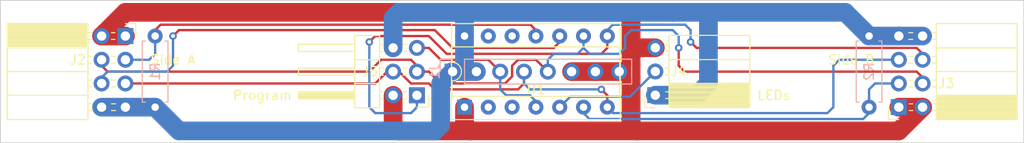
<source format=kicad_pcb>
(kicad_pcb (version 20211014) (generator pcbnew)
  (layers (0 "F.Cu" signal) (31 "B.Cu" signal) (34 "B.Paste" user) (35 "F.Paste" user) (36 "B.SilkS" user "B.Silkscreen") (37 "F.SilkS" user "F.Silkscreen") (38 "B.Mask" user) (39 "F.Mask" user) (44 "Edge.Cuts" user))
  (net 0 "")
  (net 5 "CONB")
  (net 6 "GND")
  (net 7 "CONA")
  (net 8 "VCC")
  (net 9 "RESET")
  (net 10 "LED_DIN")
  (net 11 "SDA")
  (net 12 "RDYB")
  (net 13 "SCL")
  (net 14 "RDYA")
  (footprint "Package_DIP:DIP-14_W7.62mm_Socket" (layer "F.Cu") (at 144.145 74.295 90)
    (fp_text reference "U1" (at 1.905 7.62) (layer "F.SilkS"))
    (fp_text value "ATtiny44-20P")
    (fp_line (start 1.16 16.57) (end 6.46 16.57) (layer "F.SilkS") (width 0.12))
    (fp_line (start 1.16 -1.33) (end 1.16 16.57) (layer "F.SilkS") (width 0.12))
    (fp_line (start 2.81 -1.33) (end 1.16 -1.33) (layer "F.SilkS") (width 0.12))
    (fp_line (start 8.95 16.63) (end 8.95 -1.39) (layer "F.SilkS") (width 0.12))
    (fp_line (start -1.33 16.63) (end 8.95 16.63) (layer "F.SilkS") (width 0.12))
    (fp_line (start 6.46 -1.33) (end 4.81 -1.33) (layer "F.SilkS") (width 0.12))
    (fp_line (start 6.46 16.57) (end 6.46 -1.33) (layer "F.SilkS") (width 0.12))
    (fp_line (start 8.95 -1.39) (end -1.33 -1.39) (layer "F.SilkS") (width 0.12))
    (fp_line (start -1.33 -1.39) (end -1.33 16.63) (layer "F.SilkS") (width 0.12))
    (fp_arc (start 4.81 -1.33) (mid 3.81 -0.33) (end 2.81 -1.33) (layer "F.SilkS") (width 0.12))
    (pad "1" thru_hole rect (at 0 0 90) (size 1.6 1.6) (drill 0.8) (layers *.Cu *.Mask) (net 8 "VCC"))
    (pad "2" thru_hole oval (at 0 2.54 90) (size 1.6 1.6) (drill 0.8) (layers *.Cu *.Mask))
    (pad "3" thru_hole oval (at 0 5.08 90) (size 1.6 1.6) (drill 0.8) (layers *.Cu *.Mask))
    (pad "4" thru_hole oval (at 0 7.62 90) (size 1.6 1.6) (drill 0.8) (layers *.Cu *.Mask) (net 9 "RESET"))
    (pad "5" thru_hole oval (at 0 10.16 90) (size 1.6 1.6) (drill 0.8) (layers *.Cu *.Mask) (net 10 "LED_DIN"))
    (pad "6" thru_hole oval (at 0 12.7 90) (size 1.6 1.6) (drill 0.8) (layers *.Cu *.Mask) (net 5 "CONB"))
    (pad "7" thru_hole oval (at 0 15.24 90) (size 1.6 1.6) (drill 0.8) (layers *.Cu *.Mask) (net 11 "SDA"))
    (pad "8" thru_hole oval (at 7.62 15.24 90) (size 1.6 1.6) (drill 0.8) (layers *.Cu *.Mask) (net 12 "RDYB"))
    (pad "9" thru_hole oval (at 7.62 12.7 90) (size 1.6 1.6) (drill 0.8) (layers *.Cu *.Mask) (net 13 "SCL"))
    (pad "10" thru_hole oval (at 7.62 10.16 90) (size 1.6 1.6) (drill 0.8) (layers *.Cu *.Mask) (net 14 "RDYA"))
    (pad "11" thru_hole oval (at 7.62 7.62 90) (size 1.6 1.6) (drill 0.8) (layers *.Cu *.Mask) (net 7 "CONA"))
    (pad "12" thru_hole oval (at 7.62 5.08 90) (size 1.6 1.6) (drill 0.8) (layers *.Cu *.Mask))
    (pad "13" thru_hole oval (at 7.62 2.54 90) (size 1.6 1.6) (drill 0.8) (layers *.Cu *.Mask))
    (pad "14" thru_hole oval (at 7.62 0 90) (size 1.6 1.6) (drill 0.8) (layers *.Cu *.Mask) (net 6 "GND"))
  )
  (footprint "Connector_PinHeader_2.54mm:PinHeader_2x03_P2.54mm_Horizontal" (layer "F.Cu") (at 139.065 73.025 180)
    (fp_text reference "J5" (at 5.015 2.54) (layer "F.SilkS"))
    (fp_text value "AVR-ISP-6")
    (fp_line (start 12.64 -0.38) (end 12.64 0.38) (layer "F.SilkS") (width 0.12))
    (fp_line (start 12.64 5.46) (end 6.64 5.46) (layer "F.SilkS") (width 0.12))
    (fp_line (start 6.64 -0.08) (end 12.64 -0.08) (layer "F.SilkS") (width 0.12))
    (fp_line (start 1.11 0.38) (end 1.497071 0.38) (layer "F.SilkS") (width 0.12))
    (fp_line (start 1.042929 5.46) (end 1.497071 5.46) (layer "F.SilkS") (width 0.12))
    (fp_line (start 3.582929 2.16) (end 3.98 2.16) (layer "F.SilkS") (width 0.12))
    (fp_line (start 6.64 6.41) (end 6.64 -1.33) (layer "F.SilkS") (width 0.12))
    (fp_line (start 6.64 -0.32) (end 12.64 -0.32) (layer "F.SilkS") (width 0.12))
    (fp_line (start 6.64 4.7) (end 12.64 4.7) (layer "F.SilkS") (width 0.12))
    (fp_line (start 3.582929 2.92) (end 3.98 2.92) (layer "F.SilkS") (width 0.12))
    (fp_line (start 12.64 2.16) (end 12.64 2.92) (layer "F.SilkS") (width 0.12))
    (fp_line (start 6.64 2.16) (end 12.64 2.16) (layer "F.SilkS") (width 0.12))
    (fp_line (start -1.27 -1.27) (end 0 -1.27) (layer "F.SilkS") (width 0.12))
    (fp_line (start 6.64 0.28) (end 12.64 0.28) (layer "F.SilkS") (width 0.12))
    (fp_line (start 6.64 0.16) (end 12.64 0.16) (layer "F.SilkS") (width 0.12))
    (fp_line (start 1.042929 2.16) (end 1.497071 2.16) (layer "F.SilkS") (width 0.12))
    (fp_line (start 3.98 -1.33) (end 3.98 6.41) (layer "F.SilkS") (width 0.12))
    (fp_line (start 3.582929 0.38) (end 3.98 0.38) (layer "F.SilkS") (width 0.12))
    (fp_line (start 3.98 6.41) (end 6.64 6.41) (layer "F.SilkS") (width 0.12))
    (fp_line (start 1.042929 2.92) (end 1.497071 2.92) (layer "F.SilkS") (width 0.12))
    (fp_line (start 12.64 2.92) (end 6.64 2.92) (layer "F.SilkS") (width 0.12))
    (fp_line (start 3.98 1.27) (end 6.64 1.27) (layer "F.SilkS") (width 0.12))
    (fp_line (start 3.582929 5.46) (end 3.98 5.46) (layer "F.SilkS") (width 0.12))
    (fp_line (start 6.64 0.04) (end 12.64 0.04) (layer "F.SilkS") (width 0.12))
    (fp_line (start 3.582929 4.7) (end 3.98 4.7) (layer "F.SilkS") (width 0.12))
    (fp_line (start 1.042929 4.7) (end 1.497071 4.7) (layer "F.SilkS") (width 0.12))
    (fp_line (start 12.64 0.38) (end 6.64 0.38) (layer "F.SilkS") (width 0.12))
    (fp_line (start 6.64 -1.33) (end 3.98 -1.33) (layer "F.SilkS") (width 0.12))
    (fp_line (start 6.64 -0.2) (end 12.64 -0.2) (layer "F.SilkS") (width 0.12))
    (fp_line (start 1.11 -0.38) (end 1.497071 -0.38) (layer "F.SilkS") (width 0.12))
    (fp_line (start 12.64 4.7) (end 12.64 5.46) (layer "F.SilkS") (width 0.12))
    (fp_line (start 6.64 -0.38) (end 12.64 -0.38) (layer "F.SilkS") (width 0.12))
    (fp_line (start 3.582929 -0.38) (end 3.98 -0.38) (layer "F.SilkS") (width 0.12))
    (fp_line (start 3.98 3.81) (end 6.64 3.81) (layer "F.SilkS") (width 0.12))
    (fp_line (start -1.27 0) (end -1.27 -1.27) (layer "F.SilkS") (width 0.12))
    (pad "1" thru_hole rect (at 0 0 180) (size 1.7 1.7) (drill 1) (layers *.Cu *.Mask) (net 12 "RDYB"))
    (pad "2" thru_hole oval (at 2.54 0 180) (size 1.7 1.7) (drill 1) (layers *.Cu *.Mask) (net 8 "VCC"))
    (pad "3" thru_hole oval (at 0 2.54 180) (size 1.7 1.7) (drill 1) (layers *.Cu *.Mask) (net 13 "SCL"))
    (pad "4" thru_hole oval (at 2.54 2.54 180) (size 1.7 1.7) (drill 1) (layers *.Cu *.Mask) (net 11 "SDA"))
    (pad "5" thru_hole oval (at 0 5.08 180) (size 1.7 1.7) (drill 1) (layers *.Cu *.Mask) (net 9 "RESET"))
    (pad "6" thru_hole oval (at 2.54 5.08 180) (size 1.7 1.7) (drill 1) (layers *.Cu *.Mask) (net 6 "GND"))
  )
  (footprint "Connector_PinSocket_2.54mm:PinSocket_2x04_P2.54mm_Horizontal" (layer "F.Cu") (at 107.95 66.675)
    (fp_text reference "J2" (at -5.08 2.54) (layer "F.SilkS"))
    (fp_text value "Conn_A")
    (fp_line (start -12.63 0.20714) (end -4 0.20714) (layer "F.SilkS") (width 0.12))
    (fp_line (start -4 0.36) (end -3.59 0.36) (layer "F.SilkS") (width 0.12))
    (fp_line (start -12.63 -0.26524) (end -4 -0.26524) (layer "F.SilkS") (width 0.12))
    (fp_line (start -1.49 0.36) (end -1.11 0.36) (layer "F.SilkS") (width 0.12))
    (fp_line (start -4 2.9) (end -3.59 2.9) (layer "F.SilkS") (width 0.12))
    (fp_line (start -12.63 -0.855715) (end -4 -0.855715) (layer "F.SilkS") (width 0.12))
    (fp_line (start -1.49 2.18) (end -1.05 2.18) (layer "F.SilkS") (width 0.12))
    (fp_line (start -4 -1.33) (end -4 8.95) (layer "F.SilkS") (width 0.12))
    (fp_line (start 0 -1.33) (end 1.11 -1.33) (layer "F.SilkS") (width 0.12))
    (fp_line (start -12.63 0.91571) (end -4 0.91571) (layer "F.SilkS") (width 0.12))
    (fp_line (start -12.63 -0.50143) (end -4 -0.50143) (layer "F.SilkS") (width 0.12))
    (fp_line (start -12.63 -0.383335) (end -4 -0.383335) (layer "F.SilkS") (width 0.12))
    (fp_line (start -12.63 -1.091905) (end -4 -1.091905) (layer "F.SilkS") (width 0.12))
    (fp_line (start -12.63 -1.21) (end -4 -1.21) (layer "F.SilkS") (width 0.12))
    (fp_line (start -4 5.44) (end -3.59 5.44) (layer "F.SilkS") (width 0.12))
    (fp_line (start -4 2.18) (end -3.59 2.18) (layer "F.SilkS") (width 0.12))
    (fp_line (start -4 4.72) (end -3.59 4.72) (layer "F.SilkS") (width 0.12))
    (fp_line (start -1.49 7.98) (end -1.05 7.98) (layer "F.SilkS") (width 0.12))
    (fp_line (start -12.63 -1.33) (end -12.63 8.95) (layer "F.SilkS") (width 0.12))
    (fp_line (start -4 7.98) (end -3.59 7.98) (layer "F.SilkS") (width 0.12))
    (fp_line (start -12.63 -0.619525) (end -4 -0.619525) (layer "F.SilkS") (width 0.12))
    (fp_line (start -12.63 -1.33) (end -4 -1.33) (layer "F.SilkS") (width 0.12))
    (fp_line (start -12.63 8.95) (end -4 8.95) (layer "F.SilkS") (width 0.12))
    (fp_line (start -1.49 2.9) (end -1.05 2.9) (layer "F.SilkS") (width 0.12))
    (fp_line (start -12.63 0.67952) (end -4 0.67952) (layer "F.SilkS") (width 0.12))
    (fp_line (start -12.63 1.033805) (end -4 1.033805) (layer "F.SilkS") (width 0.12))
    (fp_line (start -12.63 1.1519) (end -4 1.1519) (layer "F.SilkS") (width 0.12))
    (fp_line (start -12.63 -0.73762) (end -4 -0.73762) (layer "F.SilkS") (width 0.12))
    (fp_line (start -4 -0.36) (end -3.59 -0.36) (layer "F.SilkS") (width 0.12))
    (fp_line (start -12.63 0.44333) (end -4 0.44333) (layer "F.SilkS") (width 0.12))
    (fp_line (start -12.63 3.81) (end -4 3.81) (layer "F.SilkS") (width 0.12))
    (fp_line (start -1.49 5.44) (end -1.05 5.44) (layer "F.SilkS") (width 0.12))
    (fp_line (start -12.63 6.35) (end -4 6.35) (layer "F.SilkS") (width 0.12))
    (fp_line (start -12.63 -0.02905) (end -4 -0.02905) (layer "F.SilkS") (width 0.12))
    (fp_line (start -12.63 1.27) (end -4 1.27) (layer "F.SilkS") (width 0.12))
    (fp_line (start -4 7.26) (end -3.59 7.26) (layer "F.SilkS") (width 0.12))
    (fp_line (start -12.63 -0.147145) (end -4 -0.147145) (layer "F.SilkS") (width 0.12))
    (fp_line (start -1.49 7.26) (end -1.05 7.26) (layer "F.SilkS") (width 0.12))
    (fp_line (start 1.11 -1.33) (end 1.11 0) (layer "F.SilkS") (width 0.12))
    (fp_line (start -1.49 -0.36) (end -1.11 -0.36) (layer "F.SilkS") (width 0.12))
    (fp_line (start -12.63 0.561425) (end -4 0.561425) (layer "F.SilkS") (width 0.12))
    (fp_line (start -12.63 0.089045) (end -4 0.089045) (layer "F.SilkS") (width 0.12))
    (fp_line (start -12.63 0.325235) (end -4 0.325235) (layer "F.SilkS") (width 0.12))
    (fp_line (start -12.63 0.797615) (end -4 0.797615) (layer "F.SilkS") (width 0.12))
    (fp_line (start -12.63 -0.97381) (end -4 -0.97381) (layer "F.SilkS") (width 0.12))
    (fp_line (start -1.49 4.72) (end -1.05 4.72) (layer "F.SilkS") (width 0.12))
    (pad "1" thru_hole rect (at 0 0) (size 1.7 1.7) (drill 1) (layers *.Cu *.Mask) (net 8 "VCC"))
    (pad "2" thru_hole oval (at -2.54 0) (size 1.7 1.7) (drill 1) (layers *.Cu *.Mask) (net 8 "VCC"))
    (pad "3" thru_hole oval (at 0 2.54) (size 1.7 1.7) (drill 1) (layers *.Cu *.Mask) (net 7 "CONA"))
    (pad "4" thru_hole oval (at -2.54 2.54) (size 1.7 1.7) (drill 1) (layers *.Cu *.Mask) (net 13 "SCL"))
    (pad "5" thru_hole oval (at 0 5.08) (size 1.7 1.7) (drill 1) (layers *.Cu *.Mask) (net 11 "SDA"))
    (pad "6" thru_hole oval (at -2.54 5.08) (size 1.7 1.7) (drill 1) (layers *.Cu *.Mask) (net 14 "RDYA"))
    (pad "7" thru_hole oval (at 0 7.62) (size 1.7 1.7) (drill 1) (layers *.Cu *.Mask) (net 6 "GND"))
    (pad "8" thru_hole oval (at -2.54 7.62) (size 1.7 1.7) (drill 1) (layers *.Cu *.Mask) (net 6 "GND"))
  )
  (footprint "Connector_PinSocket_2.54mm:PinSocket_1x03_P2.54mm_Horizontal" (layer "F.Cu") (at 164.51 73.01 180)
    (fp_text reference "J4" (at -2.495 2.525) (layer "F.SilkS"))
    (fp_text value "Conn_LED")
    (fp_line (start -1.46 2.9) (end -1.05 2.9) (layer "F.SilkS") (width 0.12))
    (fp_line (start -10.09 0.44333) (end -1.46 0.44333) (layer "F.SilkS") (width 0.12))
    (fp_line (start 1.11 -1.33) (end 1.11 0) (layer "F.SilkS") (width 0.12))
    (fp_line (start -10.09 -0.26524) (end -1.46 -0.26524) (layer "F.SilkS") (width 0.12))
    (fp_line (start -10.09 -0.383335) (end -1.46 -0.383335) (layer "F.SilkS") (width 0.12))
    (fp_line (start -10.09 -0.50143) (end -1.46 -0.50143) (layer "F.SilkS") (width 0.12))
    (fp_line (start -10.09 6.41) (end -1.46 6.41) (layer "F.SilkS") (width 0.12))
    (fp_line (start -10.09 1.27) (end -1.46 1.27) (layer "F.SilkS") (width 0.12))
    (fp_line (start -10.09 -0.97381) (end -1.46 -0.97381) (layer "F.SilkS") (width 0.12))
    (fp_line (start 0 -1.33) (end 1.11 -1.33) (layer "F.SilkS") (width 0.12))
    (fp_line (start -10.09 -0.855715) (end -1.46 -0.855715) (layer "F.SilkS") (width 0.12))
    (fp_line (start -10.09 0.797615) (end -1.46 0.797615) (layer "F.SilkS") (width 0.12))
    (fp_line (start -1.46 -0.36) (end -1.11 -0.36) (layer "F.SilkS") (width 0.12))
    (fp_line (start -10.09 0.67952) (end -1.46 0.67952) (layer "F.SilkS") (width 0.12))
    (fp_line (start -10.09 1.1519) (end -1.46 1.1519) (layer "F.SilkS") (width 0.12))
    (fp_line (start -10.09 -1.091905) (end -1.46 -1.091905) (layer "F.SilkS") (width 0.12))
    (fp_line (start -10.09 -0.147145) (end -1.46 -0.147145) (layer "F.SilkS") (width 0.12))
    (fp_line (start -10.09 0.20714) (end -1.46 0.20714) (layer "F.SilkS") (width 0.12))
    (fp_line (start -10.09 0.91571) (end -1.46 0.91571) (layer "F.SilkS") (width 0.12))
    (fp_line (start -10.09 0.325235) (end -1.46 0.325235) (layer "F.SilkS") (width 0.12))
    (fp_line (start -10.09 0.561425) (end -1.46 0.561425) (layer "F.SilkS") (width 0.12))
    (fp_line (start -1.46 -1.33) (end -1.46 6.41) (layer "F.SilkS") (width 0.12))
    (fp_line (start -1.46 2.18) (end -1.05 2.18) (layer "F.SilkS") (width 0.12))
    (fp_line (start -10.09 -1.21) (end -1.46 -1.21) (layer "F.SilkS") (width 0.12))
    (fp_line (start -10.09 -1.33) (end -1.46 -1.33) (layer "F.SilkS") (width 0.12))
    (fp_line (start -10.09 3.81) (end -1.46 3.81) (layer "F.SilkS") (width 0.12))
    (fp_line (start -10.09 -1.33) (end -10.09 6.41) (layer "F.SilkS") (width 0.12))
    (fp_line (start -10.09 -0.619525) (end -1.46 -0.619525) (layer "F.SilkS") (width 0.12))
    (fp_line (start -1.46 5.44) (end -1.05 5.44) (layer "F.SilkS") (width 0.12))
    (fp_line (start -10.09 -0.73762) (end -1.46 -0.73762) (layer "F.SilkS") (width 0.12))
    (fp_line (start -1.46 0.36) (end -1.11 0.36) (layer "F.SilkS") (width 0.12))
    (fp_line (start -10.09 -0.02905) (end -1.46 -0.02905) (layer "F.SilkS") (width 0.12))
    (fp_line (start -10.09 0.089045) (end -1.46 0.089045) (layer "F.SilkS") (width 0.12))
    (fp_line (start -1.46 4.72) (end -1.05 4.72) (layer "F.SilkS") (width 0.12))
    (fp_line (start -10.09 1.033805) (end -1.46 1.033805) (layer "F.SilkS") (width 0.12))
    (pad "1" thru_hole rect (at 0 0 180) (size 1.7 1.7) (drill 1) (layers *.Cu *.Mask) (net 6 "GND"))
    (pad "2" thru_hole oval (at 0 2.54 180) (size 1.7 1.7) (drill 1) (layers *.Cu *.Mask) (net 10 "LED_DIN"))
    (pad "3" thru_hole oval (at 0 5.08 180) (size 1.7 1.7) (drill 1) (layers *.Cu *.Mask) (net 8 "VCC"))
  )
  (footprint "Connector_PinSocket_2.54mm:PinSocket_2x04_P2.54mm_Horizontal" (layer "F.Cu") (at 190.5 74.295 180)
    (fp_text reference "J3" (at -5.08 2.54 180) (layer "F.SilkS"))
    (fp_text value "Conn_B")
    (fp_line (start -1.49 7.98) (end -1.05 7.98) (layer "F.SilkS") (width 0.12))
    (fp_line (start -12.63 3.81) (end -4 3.81) (layer "F.SilkS") (width 0.12))
    (fp_line (start -4 2.9) (end -3.59 2.9) (layer "F.SilkS") (width 0.12))
    (fp_line (start -4 7.98) (end -3.59 7.98) (layer "F.SilkS") (width 0.12))
    (fp_line (start -12.63 -0.02905) (end -4 -0.02905) (layer "F.SilkS") (width 0.12))
    (fp_line (start -12.63 0.325235) (end -4 0.325235) (layer "F.SilkS") (width 0.12))
    (fp_line (start -4 2.18) (end -3.59 2.18) (layer "F.SilkS") (width 0.12))
    (fp_line (start -12.63 0.20714) (end -4 0.20714) (layer "F.SilkS") (width 0.12))
    (fp_line (start -12.63 -1.33) (end -4 -1.33) (layer "F.SilkS") (width 0.12))
    (fp_line (start -12.63 -0.619525) (end -4 -0.619525) (layer "F.SilkS") (width 0.12))
    (fp_line (start -12.63 -1.33) (end -12.63 8.95) (layer "F.SilkS") (width 0.12))
    (fp_line (start -1.49 4.72) (end -1.05 4.72) (layer "F.SilkS") (width 0.12))
    (fp_line (start -12.63 1.1519) (end -4 1.1519) (layer "F.SilkS") (width 0.12))
    (fp_line (start -4 5.44) (end -3.59 5.44) (layer "F.SilkS") (width 0.12))
    (fp_line (start -12.63 -0.97381) (end -4 -0.97381) (layer "F.SilkS") (width 0.12))
    (fp_line (start -12.63 -0.26524) (end -4 -0.26524) (layer "F.SilkS") (width 0.12))
    (fp_line (start -12.63 0.089045) (end -4 0.089045) (layer "F.SilkS") (width 0.12))
    (fp_line (start -1.49 2.18) (end -1.05 2.18) (layer "F.SilkS") (width 0.12))
    (fp_line (start 0 -1.33) (end 1.11 -1.33) (layer "F.SilkS") (width 0.12))
    (fp_line (start -4 7.26) (end -3.59 7.26) (layer "F.SilkS") (width 0.12))
    (fp_line (start -1.49 -0.36) (end -1.11 -0.36) (layer "F.SilkS") (width 0.12))
    (fp_line (start -4 -0.36) (end -3.59 -0.36) (layer "F.SilkS") (width 0.12))
    (fp_line (start -12.63 1.033805) (end -4 1.033805) (layer "F.SilkS") (width 0.12))
    (fp_line (start -4 0.36) (end -3.59 0.36) (layer "F.SilkS") (width 0.12))
    (fp_line (start -12.63 -1.21) (end -4 -1.21) (layer "F.SilkS") (width 0.12))
    (fp_line (start -12.63 -0.50143) (end -4 -0.50143) (layer "F.SilkS") (width 0.12))
    (fp_line (start -12.63 -0.383335) (end -4 -0.383335) (layer "F.SilkS") (width 0.12))
    (fp_line (start -12.63 0.797615) (end -4 0.797615) (layer "F.SilkS") (width 0.12))
    (fp_line (start -12.63 8.95) (end -4 8.95) (layer "F.SilkS") (width 0.12))
    (fp_line (start 1.11 -1.33) (end 1.11 0) (layer "F.SilkS") (width 0.12))
    (fp_line (start -12.63 0.67952) (end -4 0.67952) (layer "F.SilkS") (width 0.12))
    (fp_line (start -12.63 -0.147145) (end -4 -0.147145) (layer "F.SilkS") (width 0.12))
    (fp_line (start -1.49 2.9) (end -1.05 2.9) (layer "F.SilkS") (width 0.12))
    (fp_line (start -1.49 5.44) (end -1.05 5.44) (layer "F.SilkS") (width 0.12))
    (fp_line (start -4 -1.33) (end -4 8.95) (layer "F.SilkS") (width 0.12))
    (fp_line (start -12.63 -1.091905) (end -4 -1.091905) (layer "F.SilkS") (width 0.12))
    (fp_line (start -12.63 0.561425) (end -4 0.561425) (layer "F.SilkS") (width 0.12))
    (fp_line (start -12.63 1.27) (end -4 1.27) (layer "F.SilkS") (width 0.12))
    (fp_line (start -1.49 7.26) (end -1.05 7.26) (layer "F.SilkS") (width 0.12))
    (fp_line (start -12.63 -0.73762) (end -4 -0.73762) (layer "F.SilkS") (width 0.12))
    (fp_line (start -12.63 -0.855715) (end -4 -0.855715) (layer "F.SilkS") (width 0.12))
    (fp_line (start -12.63 6.35) (end -4 6.35) (layer "F.SilkS") (width 0.12))
    (fp_line (start -1.49 0.36) (end -1.11 0.36) (layer "F.SilkS") (width 0.12))
    (fp_line (start -12.63 0.44333) (end -4 0.44333) (layer "F.SilkS") (width 0.12))
    (fp_line (start -12.63 0.91571) (end -4 0.91571) (layer "F.SilkS") (width 0.12))
    (fp_line (start -4 4.72) (end -3.59 4.72) (layer "F.SilkS") (width 0.12))
    (pad "1" thru_hole rect (at 0 0 180) (size 1.7 1.7) (drill 1) (layers *.Cu *.Mask) (net 8 "VCC"))
    (pad "2" thru_hole oval (at -2.54 0 180) (size 1.7 1.7) (drill 1) (layers *.Cu *.Mask) (net 8 "VCC"))
    (pad "3" thru_hole oval (at 0 2.54 180) (size 1.7 1.7) (drill 1) (layers *.Cu *.Mask) (net 5 "CONB"))
    (pad "4" thru_hole oval (at -2.54 2.54 180) (size 1.7 1.7) (drill 1) (layers *.Cu *.Mask) (net 13 "SCL"))
    (pad "5" thru_hole oval (at 0 5.08 180) (size 1.7 1.7) (drill 1) (layers *.Cu *.Mask) (net 11 "SDA"))
    (pad "6" thru_hole oval (at -2.54 5.08 180) (size 1.7 1.7) (drill 1) (layers *.Cu *.Mask) (net 12 "RDYB"))
    (pad "7" thru_hole oval (at 0 7.62 180) (size 1.7 1.7) (drill 1) (layers *.Cu *.Mask) (net 6 "GND"))
    (pad "8" thru_hole oval (at -2.54 7.62 180) (size 1.7 1.7) (drill 1) (layers *.Cu *.Mask) (net 6 "GND"))
  )
  (footprint "Resistor_THT:R_Axial_DIN0207_L6.3mm_D2.5mm_P7.62mm_Horizontal" (layer "B.Cu") (at 187.325 74.295 90)
    (fp_text reference "R2" (at 3.81 0 90) (layer "B.SilkS") (effects (justify mirror)))
    (fp_text value "10 kΩ")
    (fp_line (start 0.54 -1.04) (end 0.54 -1.37) (layer "B.SilkS") (width 0.12))
    (fp_line (start 7.08 1.37) (end 7.08 1.04) (layer "B.SilkS") (width 0.12))
    (fp_line (start 0.54 1.37) (end 7.08 1.37) (layer "B.SilkS") (width 0.12))
    (fp_line (start 0.54 -1.37) (end 7.08 -1.37) (layer "B.SilkS") (width 0.12))
    (fp_line (start 0.54 1.04) (end 0.54 1.37) (layer "B.SilkS") (width 0.12))
    (fp_line (start 7.08 -1.37) (end 7.08 -1.04) (layer "B.SilkS") (width 0.12))
    (pad "1" thru_hole circle (at 0 0 90) (size 1.6 1.6) (drill 0.8) (layers *.Cu *.Mask) (net 5 "CONB"))
    (pad "2" thru_hole oval (at 7.62 0 90) (size 1.6 1.6) (drill 0.8) (layers *.Cu *.Mask) (net 6 "GND"))
  )
  (footprint "Connector_PinHeader_2.54mm:PinHeader_1x08_P2.54mm_Vertical" (layer "B.Cu") (at 142.875 70.485 -90)
    (fp_text reference "J1" (at 0 1.905 90) (layer "B.SilkS") (effects (justify mirror)))
    (fp_text value "Conn_Orig")
    (fp_line (start -1.33 1.33) (end 0 1.33) (layer "B.SilkS") (width 0.12))
    (fp_line (start -1.33 -1.27) (end 1.33 -1.27) (layer "B.SilkS") (width 0.12))
    (fp_line (start -1.33 -1.27) (end -1.33 -19.11) (layer "B.SilkS") (width 0.12))
    (fp_line (start -1.33 -19.11) (end 1.33 -19.11) (layer "B.SilkS") (width 0.12))
    (fp_line (start -1.33 0) (end -1.33 1.33) (layer "B.SilkS") (width 0.12))
    (fp_line (start 1.33 -1.27) (end 1.33 -19.11) (layer "B.SilkS") (width 0.12))
    (pad "1" thru_hole rect (at 0 0 270) (size 1.7 1.7) (drill 1) (layers *.Cu *.Mask) (net 6 "GND"))
    (pad "2" thru_hole oval (at 0 -2.54 270) (size 1.7 1.7) (drill 1) (layers *.Cu *.Mask) (net 6 "GND"))
    (pad "3" thru_hole oval (at 0 -5.08 270) (size 1.7 1.7) (drill 1) (layers *.Cu *.Mask) (net 9 "RESET"))
    (pad "4" thru_hole oval (at 0 -7.62 270) (size 1.7 1.7) (drill 1) (layers *.Cu *.Mask) (net 11 "SDA"))
    (pad "5" thru_hole oval (at 0 -10.16 270) (size 1.7 1.7) (drill 1) (layers *.Cu *.Mask) (net 13 "SCL"))
    (pad "6" thru_hole oval (at 0 -12.7 270) (size 1.7 1.7) (drill 1) (layers *.Cu *.Mask) (net 8 "VCC"))
    (pad "7" thru_hole oval (at 0 -15.24 270) (size 1.7 1.7) (drill 1) (layers *.Cu *.Mask) (net 8 "VCC"))
    (pad "8" thru_hole oval (at 0 -17.78 270) (size 1.7 1.7) (drill 1) (layers *.Cu *.Mask) (net 8 "VCC"))
  )
  (footprint "Resistor_THT:R_Axial_DIN0207_L6.3mm_D2.5mm_P7.62mm_Horizontal" (layer "B.Cu") (at 111.125 66.675 -90)
    (fp_text reference "R1" (at 3.81 0 90) (layer "B.SilkS") (effects (justify mirror)))
    (fp_text value "10 kΩ")
    (fp_line (start 0.54 1.04) (end 0.54 1.37) (layer "B.SilkS") (width 0.12))
    (fp_line (start 7.08 -1.37) (end 7.08 -1.04) (layer "B.SilkS") (width 0.12))
    (fp_line (start 0.54 -1.37) (end 7.08 -1.37) (layer "B.SilkS") (width 0.12))
    (fp_line (start 7.08 1.37) (end 7.08 1.04) (layer "B.SilkS") (width 0.12))
    (fp_line (start 0.54 1.37) (end 7.08 1.37) (layer "B.SilkS") (width 0.12))
    (fp_line (start 0.54 -1.04) (end 0.54 -1.37) (layer "B.SilkS") (width 0.12))
    (pad "1" thru_hole circle (at 0 0 270) (size 1.6 1.6) (drill 0.8) (layers *.Cu *.Mask) (net 7 "CONA"))
    (pad "2" thru_hole oval (at 7.62 0 270) (size 1.6 1.6) (drill 0.8) (layers *.Cu *.Mask) (net 6 "GND"))
  )
  (gr_rect (start 94.615 62.865) (end 203.835 78.105) (layer "Edge.Cuts") (width 0.1) (fill none))
  (gr_text "LEDs" (at 177.165 73.025) (layer "F.SilkS") (effects (font (size 1 1))))
  (gr_text "Side A" (at 113.03 69.215) (layer "F.SilkS") (effects (font (size 1 1))))
  (gr_text "Program" (at 122.555 73.025) (layer "F.SilkS") (effects (font (size 1 1))))
  (gr_text "Side B" (at 185.42 69.215) (layer "F.SilkS") (effects (font (size 1 1))))
  (segment (start 156.845 74.295) (end 156.845 74.93) (width 0.25) (layer "B.Cu") (net 5))
  (segment (start 187.325 74.295) (end 187.325 72.39) (width 0.25) (layer "B.Cu") (net 5))
  (segment (start 187.325 74.93) (end 187.325 74.295) (width 0.25) (layer "B.Cu") (net 5))
  (segment (start 186.69 75.565) (end 187.325 74.93) (width 0.25) (layer "B.Cu") (net 5))
  (segment (start 187.96 71.755) (end 190.5 71.755) (width 0.25) (layer "B.Cu") (net 5))
  (segment (start 187.325 72.39) (end 187.96 71.755) (width 0.25) (layer "B.Cu") (net 5))
  (segment (start 157.48 75.565) (end 186.69 75.565) (width 0.25) (layer "B.Cu") (net 5))
  (segment (start 156.845 74.93) (end 157.48 75.565) (width 0.25) (layer "B.Cu") (net 5))
  (segment (start 142.875 70.485) (end 141.605 71.755) (width 2) (layer "B.Cu") (net 6))
  (segment (start 141.605 71.755) (end 141.605 76.2) (width 2) (layer "B.Cu") (net 6))
  (segment (start 137.16 64.135) (end 143.51 64.135) (width 2) (layer "B.Cu") (net 6))
  (segment (start 164.51 73.01) (end 168.26 73.01) (width 2) (layer "B.Cu") (net 6))
  (segment (start 136.525 64.77) (end 137.16 64.135) (width 2) (layer "B.Cu") (net 6))
  (segment (start 144.145 70.485) (end 145.415 70.485) (width 2) (layer "B.Cu") (net 6))
  (segment (start 168.275 73.025) (end 168.91 73.025) (width 2) (layer "B.Cu") (net 6))
  (segment (start 170.18 64.135) (end 166.37 64.135) (width 2) (layer "B.Cu") (net 6))
  (segment (start 187.325 66.675) (end 184.785 64.135) (width 2) (layer "B.Cu") (net 6))
  (segment (start 190.5 66.675) (end 187.325 66.675) (width 2) (layer "B.Cu") (net 6))
  (segment (start 141.605 76.2) (end 140.97 76.835) (width 2) (layer "B.Cu") (net 6))
  (segment (start 168.91 73.025) (end 170.18 71.755) (width 2) (layer "B.Cu") (net 6))
  (segment (start 105.41 74.295) (end 107.95 74.295) (width 2) (layer "B.Cu") (net 6))
  (segment (start 193.04 66.675) (end 190.5 66.675) (width 2) (layer "B.Cu") (net 6))
  (segment (start 170.18 71.755) (end 170.18 64.135) (width 2) (layer "B.Cu") (net 6))
  (segment (start 142.875 70.485) (end 144.145 70.485) (width 2) (layer "B.Cu") (net 6))
  (segment (start 140.97 76.835) (end 113.665 76.835) (width 2) (layer "B.Cu") (net 6))
  (segment (start 144.145 66.675) (end 144.145 70.485) (width 2) (layer "B.Cu") (net 6))
  (segment (start 168.26 73.01) (end 168.275 73.025) (width 2) (layer "B.Cu") (net 6))
  (segment (start 166.37 64.135) (end 143.51 64.135) (width 2) (layer "B.Cu") (net 6))
  (segment (start 143.51 64.135) (end 144.145 64.77) (width 2) (layer "B.Cu") (net 6))
  (segment (start 136.525 67.945) (end 136.525 64.77) (width 2) (layer "B.Cu") (net 6))
  (segment (start 111.125 74.295) (end 107.95 74.295) (width 2) (layer "B.Cu") (net 6))
  (segment (start 113.665 76.835) (end 111.125 74.295) (width 2) (layer "B.Cu") (net 6))
  (segment (start 184.785 64.135) (end 170.18 64.135) (width 2) (layer "B.Cu") (net 6))
  (segment (start 144.145 64.77) (end 144.145 66.675) (width 2) (layer "B.Cu") (net 6))
  (segment (start 151.765 66.675) (end 151.765 66.04) (width 0.25) (layer "F.Cu") (net 7))
  (segment (start 151.765 66.04) (end 151.185 65.46) (width 0.25) (layer "F.Cu") (net 7))
  (segment (start 111.125 66.04) (end 111.125 66.675) (width 0.25) (layer "F.Cu") (net 7))
  (segment (start 151.185 65.46) (end 111.705 65.46) (width 0.25) (layer "F.Cu") (net 7))
  (segment (start 111.705 65.46) (end 111.125 66.04) (width 0.25) (layer "F.Cu") (net 7))
  (segment (start 110.49 69.215) (end 107.95 69.215) (width 0.25) (layer "B.Cu") (net 7))
  (segment (start 111.125 66.675) (end 111.125 68.58) (width 0.25) (layer "B.Cu") (net 7))
  (segment (start 111.125 68.58) (end 110.49 69.215) (width 0.25) (layer "B.Cu") (net 7))
  (segment (start 161.925 68.58) (end 162.575 67.93) (width 2) (layer "F.Cu") (net 8))
  (segment (start 105.41 66.675) (end 107.95 66.675) (width 2) (layer "F.Cu") (net 8))
  (segment (start 136.525 73.025) (end 136.525 76.2) (width 2) (layer "F.Cu") (net 8))
  (segment (start 161.29 70.485) (end 161.925 69.85) (width 2) (layer "F.Cu") (net 8))
  (segment (start 161.925 64.77) (end 161.925 68.58) (width 2) (layer "F.Cu") (net 8))
  (segment (start 190.5 76.835) (end 162.56 76.835) (width 2) (layer "F.Cu") (net 8))
  (segment (start 162.56 76.835) (end 161.925 76.2) (width 2) (layer "F.Cu") (net 8))
  (segment (start 161.29 64.135) (end 161.925 64.77) (width 2) (layer "F.Cu") (net 8))
  (segment (start 144.78 76.835) (end 162.56 76.835) (width 2) (layer "F.Cu") (net 8))
  (segment (start 137.16 76.835) (end 144.78 76.835) (width 2) (layer "F.Cu") (net 8))
  (segment (start 161.925 76.2) (end 161.925 69.85) (width 2) (layer "F.Cu") (net 8))
  (segment (start 158.115 70.485) (end 160.655 70.485) (width 2) (layer "F.Cu") (net 8))
  (segment (start 160.655 70.485) (end 161.29 70.485) (width 2) (layer "F.Cu") (net 8))
  (segment (start 107.95 64.135) (end 161.29 64.135) (width 2) (layer "F.Cu") (net 8))
  (segment (start 136.525 76.2) (end 137.16 76.835) (width 2) (layer "F.Cu") (net 8))
  (segment (start 193.04 74.295) (end 190.5 76.835) (width 2) (layer "F.Cu") (net 8))
  (segment (start 161.925 69.85) (end 161.925 68.58) (width 2) (layer "F.Cu") (net 8))
  (segment (start 144.145 76.2) (end 144.78 76.835) (width 2) (layer "F.Cu") (net 8))
  (segment (start 193.04 74.295) (end 190.5 74.295) (width 2) (layer "F.Cu") (net 8))
  (segment (start 105.41 66.675) (end 107.95 64.135) (width 2) (layer "F.Cu") (net 8))
  (segment (start 144.145 74.295) (end 144.145 76.2) (width 2) (layer "F.Cu") (net 8))
  (segment (start 162.575 67.93) (end 164.51 67.93) (width 2) (layer "F.Cu") (net 8))
  (segment (start 155.575 70.485) (end 158.115 70.485) (width 2) (layer "F.Cu") (net 8))
  (segment (start 140.335 67.945) (end 141.605 69.215) (width 0.25) (layer "F.Cu") (net 9))
  (segment (start 139.065 67.945) (end 140.335 67.945) (width 0.25) (layer "F.Cu") (net 9))
  (segment (start 146.685 69.215) (end 147.955 70.485) (width 0.25) (layer "F.Cu") (net 9))
  (segment (start 141.605 69.215) (end 146.685 69.215) (width 0.25) (layer "F.Cu") (net 9))
  (segment (start 147.955 70.485) (end 147.955 72.39) (width 0.25) (layer "B.Cu") (net 9))
  (segment (start 148.59 73.025) (end 151.13 73.025) (width 0.25) (layer "B.Cu") (net 9))
  (segment (start 151.765 73.66) (end 151.765 74.295) (width 0.25) (layer "B.Cu") (net 9))
  (segment (start 151.13 73.025) (end 151.765 73.66) (width 0.25) (layer "B.Cu") (net 9))
  (segment (start 147.955 72.39) (end 148.59 73.025) (width 0.25) (layer "B.Cu") (net 9))
  (segment (start 161.81 73.17) (end 155.43 73.17) (width 0.25) (layer "B.Cu") (net 10))
  (segment (start 155.43 73.17) (end 154.305 74.295) (width 0.25) (layer "B.Cu") (net 10))
  (segment (start 164.51 70.47) (end 161.81 73.17) (width 0.25) (layer "B.Cu") (net 10))
  (segment (start 140.335 71.755) (end 140.97 72.39) (width 0.25) (layer "F.Cu") (net 11))
  (segment (start 137.16 70.485) (end 138.43 71.755) (width 0.25) (layer "F.Cu") (net 11))
  (segment (start 134.62 71.755) (end 107.95 71.755) (width 0.25) (layer "F.Cu") (net 11))
  (segment (start 136.525 70.485) (end 137.16 70.485) (width 0.25) (layer "F.Cu") (net 11))
  (segment (start 140.97 72.39) (end 149.86 72.39) (width 0.25) (layer "F.Cu") (net 11))
  (segment (start 149.86 72.39) (end 150.495 71.755) (width 0.25) (layer "F.Cu") (net 11))
  (segment (start 159.385 73.025) (end 159.385 74.295) (width 0.25) (layer "F.Cu") (net 11))
  (segment (start 135.89 70.485) (end 134.62 71.755) (width 0.25) (layer "F.Cu") (net 11))
  (segment (start 158.75 72.39) (end 159.385 73.025) (width 0.25) (layer "F.Cu") (net 11))
  (segment (start 150.495 71.755) (end 150.495 70.485) (width 0.25) (layer "F.Cu") (net 11))
  (segment (start 136.525 70.485) (end 135.89 70.485) (width 0.25) (layer "F.Cu") (net 11))
  (segment (start 138.43 71.755) (end 140.335 71.755) (width 0.25) (layer "F.Cu") (net 11))
  (via (at 158.75 72.39) (size 0.8) (drill 0.4) (layers "F.Cu" "B.Cu") (net 11))
  (segment (start 183.515 74.295) (end 183.515 69.85) (width 0.25) (layer "B.Cu") (net 11))
  (segment (start 184.15 69.215) (end 190.5 69.215) (width 0.25) (layer "B.Cu") (net 11))
  (segment (start 159.385 74.295) (end 160.02 74.93) (width 0.25) (layer "B.Cu") (net 11))
  (segment (start 151.13 72.39) (end 150.495 71.755) (width 0.25) (layer "B.Cu") (net 11))
  (segment (start 183.515 69.85) (end 184.15 69.215) (width 0.25) (layer "B.Cu") (net 11))
  (segment (start 182.88 74.93) (end 183.515 74.295) (width 0.25) (layer "B.Cu") (net 11))
  (segment (start 150.495 71.755) (end 150.495 70.485) (width 0.25) (layer "B.Cu") (net 11))
  (segment (start 160.02 74.93) (end 182.88 74.93) (width 0.25) (layer "B.Cu") (net 11))
  (segment (start 158.75 72.39) (end 151.13 72.39) (width 0.25) (layer "B.Cu") (net 11))
  (segment (start 134.62 66.675) (end 140.335 66.675) (width 0.25) (layer "F.Cu") (net 12))
  (segment (start 168.275 67.31) (end 168.91 67.945) (width 0.25) (layer "F.Cu") (net 12))
  (segment (start 140.335 66.675) (end 142.24 68.58) (width 0.25) (layer "F.Cu") (net 12))
  (segment (start 158.75 68.58) (end 159.385 67.945) (width 0.25) (layer "F.Cu") (net 12))
  (segment (start 142.24 68.58) (end 158.75 68.58) (width 0.25) (layer "F.Cu") (net 12))
  (segment (start 168.91 67.945) (end 192.405 67.945) (width 0.25) (layer "F.Cu") (net 12))
  (segment (start 133.985 67.31) (end 134.62 66.675) (width 0.25) (layer "F.Cu") (net 12))
  (segment (start 192.405 67.945) (end 193.04 68.58) (width 0.25) (layer "F.Cu") (net 12))
  (segment (start 159.385 67.945) (end 159.385 66.675) (width 0.25) (layer "F.Cu") (net 12))
  (segment (start 193.04 68.58) (end 193.04 69.215) (width 0.25) (layer "F.Cu") (net 12))
  (via (at 168.275 67.31) (size 0.8) (drill 0.4) (layers "F.Cu" "B.Cu") (net 12))
  (via (at 133.985 67.31) (size 0.8) (drill 0.4) (layers "F.Cu" "B.Cu") (net 12))
  (segment (start 167.695 65.46) (end 159.965 65.46) (width 0.25) (layer "B.Cu") (net 12))
  (segment (start 134.62 74.93) (end 133.985 74.295) (width 0.25) (layer "B.Cu") (net 12))
  (segment (start 159.385 66.04) (end 159.385 66.675) (width 0.25) (layer "B.Cu") (net 12))
  (segment (start 168.275 66.04) (end 167.695 65.46) (width 0.25) (layer "B.Cu") (net 12))
  (segment (start 139.065 73.025) (end 139.065 74.295) (width 0.25) (layer "B.Cu") (net 12))
  (segment (start 168.275 67.31) (end 168.275 66.04) (width 0.25) (layer "B.Cu") (net 12))
  (segment (start 139.065 74.295) (end 138.43 74.93) (width 0.25) (layer "B.Cu") (net 12))
  (segment (start 159.965 65.46) (end 159.385 66.04) (width 0.25) (layer "B.Cu") (net 12))
  (segment (start 138.43 74.93) (end 134.62 74.93) (width 0.25) (layer "B.Cu") (net 12))
  (segment (start 133.985 74.295) (end 133.985 67.31) (width 0.25) (layer "B.Cu") (net 12))
  (segment (start 133.985 70.485) (end 135.255 69.215) (width 0.25) (layer "F.Cu") (net 13))
  (segment (start 140.335 70.485) (end 141.605 71.755) (width 0.25) (layer "F.Cu") (net 13))
  (segment (start 193.04 71.755) (end 193.04 71.12) (width 0.25) (layer "F.Cu") (net 13))
  (segment (start 151.765 69.215) (end 153.035 70.485) (width 0.25) (layer "F.Cu") (net 13))
  (segment (start 149.225 70.99835) (end 149.225 69.85) (width 0.25) (layer "F.Cu") (net 13))
  (segment (start 139.065 70.485) (end 140.335 70.485) (width 0.25) (layer "F.Cu") (net 13))
  (segment (start 192.405 70.485) (end 167.64 70.485) (width 0.25) (layer "F.Cu") (net 13))
  (segment (start 105.41 69.215) (end 105.41 69.85) (width 0.25) (layer "F.Cu") (net 13))
  (segment (start 105.41 69.85) (end 106.045 70.485) (width 0.25) (layer "F.Cu") (net 13))
  (segment (start 167.005 69.85) (end 167.005 67.945) (width 0.25) (layer "F.Cu") (net 13))
  (segment (start 149.225 69.85) (end 149.86 69.215) (width 0.25) (layer "F.Cu") (net 13))
  (segment (start 139.065 69.85) (end 139.065 70.485) (width 0.25) (layer "F.Cu") (net 13))
  (segment (start 167.64 70.485) (end 167.005 69.85) (width 0.25) (layer "F.Cu") (net 13))
  (segment (start 141.605 71.755) (end 148.46835 71.755) (width 0.25) (layer "F.Cu") (net 13))
  (segment (start 193.04 71.12) (end 192.405 70.485) (width 0.25) (layer "F.Cu") (net 13))
  (segment (start 148.46835 71.755) (end 149.225 70.99835) (width 0.25) (layer "F.Cu") (net 13))
  (segment (start 135.255 69.215) (end 138.43 69.215) (width 0.25) (layer "F.Cu") (net 13))
  (segment (start 138.43 69.215) (end 139.065 69.85) (width 0.25) (layer "F.Cu") (net 13))
  (segment (start 106.045 70.485) (end 133.985 70.485) (width 0.25) (layer "F.Cu") (net 13))
  (segment (start 149.86 69.215) (end 151.765 69.215) (width 0.25) (layer "F.Cu") (net 13))
  (via (at 167.005 67.945) (size 0.8) (drill 0.4) (layers "F.Cu" "B.Cu") (net 13))
  (segment (start 153.035 70.485) (end 153.035 69.215) (width 0.25) (layer "B.Cu") (net 13))
  (segment (start 161.29 66.675) (end 161.925 66.04) (width 0.25) (layer "B.Cu") (net 13))
  (segment (start 156.21 68.58) (end 156.845 67.945) (width 0.25) (layer "B.Cu") (net 13))
  (segment (start 153.035 69.215) (end 153.67 68.58) (width 0.25) (layer "B.Cu") (net 13))
  (segment (start 156.845 67.945) (end 156.845 66.675) (width 0.25) (layer "B.Cu") (net 13))
  (segment (start 161.925 66.04) (end 166.37 66.04) (width 0.25) (layer "B.Cu") (net 13))
  (segment (start 167.005 66.675) (end 167.005 67.945) (width 0.25) (layer "B.Cu") (net 13))
  (segment (start 160.655 68.58) (end 161.29 67.945) (width 0.25) (layer "B.Cu") (net 13))
  (segment (start 153.67 68.58) (end 156.21 68.58) (width 0.25) (layer "B.Cu") (net 13))
  (segment (start 161.29 67.945) (end 161.29 66.675) (width 0.25) (layer "B.Cu") (net 13))
  (segment (start 166.37 66.04) (end 167.005 66.675) (width 0.25) (layer "B.Cu") (net 13))
  (segment (start 156.845 67.945) (end 157.48 68.58) (width 0.25) (layer "B.Cu") (net 13))
  (segment (start 157.48 68.58) (end 160.655 68.58) (width 0.25) (layer "B.Cu") (net 13))
  (segment (start 142.875 67.945) (end 140.97 66.04) (width 0.25) (layer "F.Cu") (net 14))
  (segment (start 140.97 66.04) (end 113.665 66.04) (width 0.25) (layer "F.Cu") (net 14))
  (segment (start 154.305 67.31) (end 153.67 67.945) (width 0.25) (layer "F.Cu") (net 14))
  (segment (start 153.67 67.945) (end 142.875 67.945) (width 0.25) (layer "F.Cu") (net 14))
  (segment (start 113.665 66.04) (end 113.03 66.675) (width 0.25) (layer "F.Cu") (net 14))
  (segment (start 154.305 66.675) (end 154.305 67.31) (width 0.25) (layer "F.Cu") (net 14))
  (via (at 113.03 66.675) (size 0.8) (drill 0.4) (layers "F.Cu" "B.Cu") (net 14))
  (segment (start 112.395 70.485) (end 106.045 70.485) (width 0.25) (layer "B.Cu") (net 14))
  (segment (start 113.03 69.85) (end 112.395 70.485) (width 0.25) (layer "B.Cu") (net 14))
  (segment (start 113.03 66.675) (end 113.03 69.85) (width 0.25) (layer "B.Cu") (net 14))
  (segment (start 105.41 71.12) (end 105.41 71.755) (width 0.25) (layer "B.Cu") (net 14))
  (segment (start 106.045 70.485) (end 105.41 71.12) (width 0.25) (layer "B.Cu") (net 14))
)
</source>
